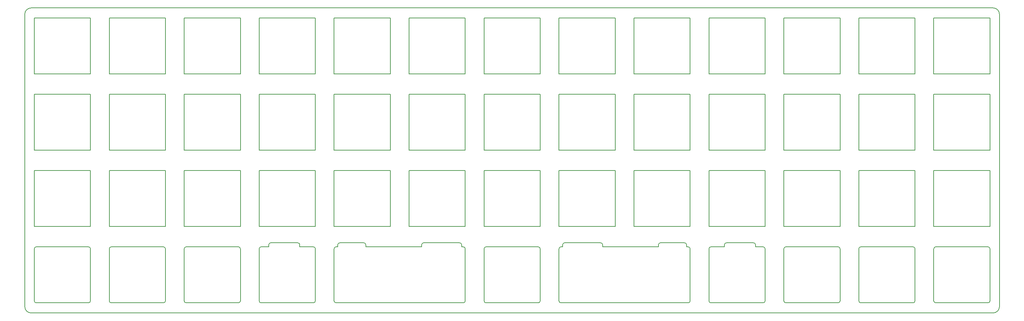
<source format=gbr>
%TF.GenerationSoftware,KiCad,Pcbnew,(5.99.0-11145-g173c9a974c)*%
%TF.CreationDate,2021-07-27T16:23:05-07:00*%
%TF.ProjectId,minibaen r2-plate,6d696e69-6261-4656-9e20-72322d706c61,rev?*%
%TF.SameCoordinates,Original*%
%TF.FileFunction,Profile,NP*%
%FSLAX46Y46*%
G04 Gerber Fmt 4.6, Leading zero omitted, Abs format (unit mm)*
G04 Created by KiCad (PCBNEW (5.99.0-11145-g173c9a974c)) date 2021-07-27 16:23:05*
%MOMM*%
%LPD*%
G01*
G04 APERTURE LIST*
%TA.AperFunction,Profile*%
%ADD10C,0.150000*%
%TD*%
%TA.AperFunction,Profile*%
%ADD11C,0.200000*%
%TD*%
G04 APERTURE END LIST*
D10*
X67723553Y-88753553D02*
X67723553Y-101753552D01*
X136361553Y-87253553D02*
X134133553Y-87253553D01*
X170753553Y-102253552D02*
X170963553Y-102253552D01*
X136861553Y-88253553D02*
X136861553Y-87753553D01*
X100403553Y-101753552D02*
G75*
G02*
X99903553Y-102253552I-500000J0D01*
G01*
X137263553Y-88253553D02*
X136861553Y-88253553D01*
X162025553Y-87753553D02*
X162025553Y-88253553D01*
X209593553Y-87253553D02*
G75*
G02*
X210093553Y-87753553I0J-500000D01*
G01*
X105083553Y-88753553D02*
G75*
G02*
X105583553Y-88253553I500000J0D01*
G01*
X88793553Y-87753553D02*
X88793553Y-88253553D01*
X249343553Y-88253553D02*
G75*
G02*
X249843553Y-88753553I0J-500000D01*
G01*
X43863553Y-88253553D02*
X30863553Y-88253553D01*
X88793553Y-87753553D02*
G75*
G02*
X89293553Y-87253553I500000J0D01*
G01*
X217663553Y-102253552D02*
X230663553Y-102253552D01*
X249843553Y-101753552D02*
X249843553Y-88753553D01*
X254523553Y-88753553D02*
G75*
G02*
X255023553Y-88253553I500000J0D01*
G01*
D11*
X29583500Y-104775032D02*
G75*
G02*
X27996000Y-103187532I0J1587500D01*
G01*
X29583500Y-28575032D02*
X269296000Y-28575032D01*
D10*
X133393553Y-87253553D02*
X130361553Y-87253553D01*
X202353553Y-88253553D02*
X198983553Y-88253553D01*
X142443553Y-88753553D02*
G75*
G02*
X142943553Y-88253553I500000J0D01*
G01*
X118583553Y-88253553D02*
X114923553Y-88253553D01*
X100403553Y-101753552D02*
X100403553Y-88753553D01*
X236343553Y-102253552D02*
X249343553Y-102253552D01*
X112485553Y-87253553D02*
G75*
G02*
X112985553Y-87753553I0J-500000D01*
G01*
X124263553Y-102253552D02*
X127393553Y-102253552D01*
X171493553Y-87253553D02*
X170753553Y-87253553D01*
X63043553Y-101753552D02*
G75*
G02*
X62543553Y-102253552I-500000J0D01*
G01*
X95293553Y-102253552D02*
X96033553Y-102253552D01*
X192401553Y-102253552D02*
X193303553Y-102253552D01*
X193803553Y-101753552D02*
G75*
G02*
X193303553Y-102253552I-500000J0D01*
G01*
X193303553Y-88253553D02*
G75*
G02*
X193803553Y-88753553I0J-500000D01*
G01*
X68223553Y-102253552D02*
G75*
G02*
X67723553Y-101753552I0J500000D01*
G01*
X170963553Y-102253552D02*
X171493553Y-102253552D01*
X183963553Y-88253553D02*
X180303553Y-88253553D01*
X124263553Y-88253553D02*
X118583553Y-88253553D01*
X161123553Y-88753553D02*
X161123553Y-101753552D01*
X212483553Y-101753552D02*
X212483553Y-88753553D01*
X133393553Y-102253552D02*
X134133553Y-102253552D01*
X211983553Y-88253553D02*
X210093553Y-88253553D01*
X249843553Y-101753552D02*
G75*
G02*
X249343553Y-102253552I-500000J0D01*
G01*
X235843553Y-88753553D02*
G75*
G02*
X236343553Y-88253553I500000J0D01*
G01*
X156443552Y-101753552D02*
X156443552Y-88753553D01*
X95293553Y-87253553D02*
X90033553Y-87253553D01*
X128133553Y-87253553D02*
X127393553Y-87253553D01*
X192401553Y-87253553D02*
G75*
G02*
X192901553Y-87753553I0J-500000D01*
G01*
X212483553Y-101753552D02*
G75*
G02*
X211983553Y-102253552I-500000J0D01*
G01*
X112485553Y-87253553D02*
X106485553Y-87253553D01*
X254523553Y-88753553D02*
X254523553Y-101753552D01*
X155943553Y-88253553D02*
X142943553Y-88253553D01*
X168525553Y-87253553D02*
X165493553Y-87253553D01*
X183963553Y-102253552D02*
X186401553Y-102253552D01*
X268023553Y-88253553D02*
G75*
G02*
X268523553Y-88753553I0J-500000D01*
G01*
X126893553Y-87753553D02*
G75*
G02*
X127393553Y-87253553I500000J0D01*
G01*
X217163553Y-88753553D02*
X217163553Y-101753552D01*
X174623553Y-88253553D02*
X171993553Y-88253553D01*
X249343553Y-88253553D02*
X236343553Y-88253553D01*
X171493553Y-102253552D02*
X174623553Y-102253552D01*
X230663553Y-88253553D02*
G75*
G02*
X231163553Y-88753553I0J-500000D01*
G01*
X86403553Y-88753553D02*
X86403553Y-101753552D01*
X162025553Y-87753553D02*
G75*
G02*
X162525553Y-87253553I500000J0D01*
G01*
X155943553Y-88253553D02*
G75*
G02*
X156443553Y-88753553I0J-500000D01*
G01*
X106485553Y-102253552D02*
X112485553Y-102253552D01*
X127393553Y-102253552D02*
X127923553Y-102253552D01*
X130361553Y-102253552D02*
X133393553Y-102253552D01*
X170753553Y-87253553D02*
X168525553Y-87253553D01*
X105985553Y-87753553D02*
G75*
G02*
X106485553Y-87253553I500000J0D01*
G01*
X112485553Y-102253552D02*
X114923553Y-102253552D01*
X30363553Y-88753553D02*
X30363553Y-101753552D01*
X136361553Y-87253553D02*
G75*
G02*
X136861553Y-87753553I0J-500000D01*
G01*
X236343553Y-102253552D02*
G75*
G02*
X235843553Y-101753552I0J500000D01*
G01*
X165493553Y-87253553D02*
X164753553Y-87253553D01*
X255023553Y-102253552D02*
X268023553Y-102253552D01*
X134133553Y-87253553D02*
X133393553Y-87253553D01*
X193303553Y-88253553D02*
X192901553Y-88253553D01*
X43863553Y-88253553D02*
G75*
G02*
X44363553Y-88753553I0J-500000D01*
G01*
X63043553Y-101753552D02*
X63043553Y-88753553D01*
X156443553Y-101753552D02*
G75*
G02*
X155943553Y-102253552I-500000J0D01*
G01*
X81723553Y-101753552D02*
X81723553Y-88753553D01*
X165493553Y-102253552D02*
X168525553Y-102253552D01*
X112985553Y-88253553D02*
X112985553Y-87753553D01*
D11*
X270883500Y-103187532D02*
G75*
G02*
X269296000Y-104775032I-1587500J0D01*
G01*
D10*
X49043553Y-88753553D02*
X49043553Y-101753552D01*
X198483553Y-88753553D02*
G75*
G02*
X198983553Y-88253553I500000J0D01*
G01*
X198483553Y-88753553D02*
X198483553Y-101753552D01*
X217663553Y-102253552D02*
G75*
G02*
X217163553Y-101753552I0J500000D01*
G01*
X118583553Y-102253552D02*
X124263553Y-102253552D01*
D11*
X269296000Y-28575032D02*
G75*
G02*
X270883500Y-30162532I0J-1587500D01*
G01*
D10*
X114923553Y-88253553D02*
X112985553Y-88253553D01*
X208853553Y-102253552D02*
X209593553Y-102253552D01*
X198983553Y-102253552D02*
X202853553Y-102253552D01*
X185901553Y-87753553D02*
X185901553Y-88253553D01*
X203593553Y-87253553D02*
X202853553Y-87253553D01*
X96533553Y-88253553D02*
X96533553Y-87753553D01*
X128133553Y-102253552D02*
X130361553Y-102253552D01*
X90033553Y-87253553D02*
X89293553Y-87253553D01*
X134133553Y-102253552D02*
X136361553Y-102253552D01*
D11*
X27996000Y-30162532D02*
G75*
G02*
X29583500Y-28575032I1587500J0D01*
G01*
D10*
X230663553Y-88253553D02*
X217663553Y-88253553D01*
X186401553Y-102253552D02*
X192401553Y-102253552D01*
X174623553Y-102253552D02*
X180303553Y-102253552D01*
X198983553Y-102253552D02*
G75*
G02*
X198483553Y-101753552I0J500000D01*
G01*
X88793553Y-88253553D02*
X86903553Y-88253553D01*
X255023553Y-102253552D02*
G75*
G02*
X254523553Y-101753552I0J500000D01*
G01*
X202353553Y-87753553D02*
G75*
G02*
X202853553Y-87253553I500000J0D01*
G01*
X30863553Y-102253552D02*
X43863553Y-102253552D01*
X235843553Y-88753553D02*
X235843553Y-101753552D01*
X202353553Y-87753553D02*
X202353553Y-88253553D01*
X180303553Y-88253553D02*
X174623553Y-88253553D01*
X136361553Y-102253552D02*
X137263553Y-102253552D01*
X127923553Y-102253552D02*
X128133553Y-102253552D01*
X137763553Y-101753552D02*
G75*
G02*
X137263553Y-102253552I-500000J0D01*
G01*
X168525553Y-102253552D02*
X170753553Y-102253552D01*
D11*
X27996000Y-103187532D02*
X27996000Y-30162532D01*
D10*
X192401553Y-87253553D02*
X186401553Y-87253553D01*
X44363553Y-101753552D02*
G75*
G02*
X43863553Y-102253552I-500000J0D01*
G01*
X130361553Y-87253553D02*
X128133553Y-87253553D01*
X62543553Y-88253553D02*
X49543553Y-88253553D01*
X67723553Y-88753553D02*
G75*
G02*
X68223553Y-88253553I500000J0D01*
G01*
X171493553Y-87253553D02*
G75*
G02*
X171993553Y-87753553I0J-500000D01*
G01*
X105985553Y-88253553D02*
X105583553Y-88253553D01*
X211983553Y-88253553D02*
G75*
G02*
X212483553Y-88753553I0J-500000D01*
G01*
X81223553Y-88253553D02*
X68223553Y-88253553D01*
X231163553Y-101753552D02*
G75*
G02*
X230663553Y-102253552I-500000J0D01*
G01*
D11*
X270883500Y-30162532D02*
X270883500Y-103187532D01*
D10*
X99903553Y-88253553D02*
X96533553Y-88253553D01*
X49543553Y-102253552D02*
G75*
G02*
X49043553Y-101753552I0J500000D01*
G01*
X81723553Y-101753552D02*
G75*
G02*
X81223553Y-102253552I-500000J0D01*
G01*
X49543553Y-102253552D02*
X62543553Y-102253552D01*
X162025553Y-88253553D02*
X161623553Y-88253553D01*
X44363553Y-101753552D02*
X44363553Y-88753553D01*
X105583553Y-102253552D02*
X106485553Y-102253552D01*
X30863553Y-102253552D02*
G75*
G02*
X30363553Y-101753552I0J500000D01*
G01*
X96033553Y-87253553D02*
G75*
G02*
X96533553Y-87753553I0J-500000D01*
G01*
X30363553Y-88753553D02*
G75*
G02*
X30863553Y-88253553I500000J0D01*
G01*
X105083553Y-88753553D02*
X105083553Y-101753552D01*
X62543553Y-88253553D02*
G75*
G02*
X63043553Y-88753553I0J-500000D01*
G01*
X114923553Y-102253552D02*
X118583553Y-102253552D01*
X268523553Y-101753552D02*
X268523553Y-88753553D01*
X142943553Y-102253552D02*
G75*
G02*
X142443553Y-101753552I0J500000D01*
G01*
X180303553Y-102253552D02*
X183963553Y-102253552D01*
X164753553Y-102253552D02*
X165493553Y-102253552D01*
X81223553Y-88253553D02*
G75*
G02*
X81723553Y-88753553I0J-500000D01*
G01*
X137763553Y-101753552D02*
X137763553Y-88753553D01*
X162525553Y-102253552D02*
X164753553Y-102253552D01*
X208853553Y-87253553D02*
X203593553Y-87253553D01*
X203593553Y-102253552D02*
X208853553Y-102253552D01*
X161123553Y-88753553D02*
G75*
G02*
X161623553Y-88253553I500000J0D01*
G01*
X105985553Y-87753553D02*
X105985553Y-88253553D01*
X161623553Y-102253552D02*
X162525553Y-102253552D01*
X89293553Y-102253552D02*
X90033553Y-102253552D01*
X192901553Y-88253553D02*
X192901553Y-87753553D01*
X185901553Y-87753553D02*
G75*
G02*
X186401553Y-87253553I500000J0D01*
G01*
X209593553Y-87253553D02*
X208853553Y-87253553D01*
X142943553Y-102253552D02*
X155943553Y-102253552D01*
X96033553Y-87253553D02*
X95293553Y-87253553D01*
X185901553Y-88253553D02*
X183963553Y-88253553D01*
X171993553Y-88253553D02*
X171993553Y-87753553D01*
D11*
X269296000Y-104775032D02*
X29583500Y-104775032D01*
D10*
X126893553Y-87753553D02*
X126893553Y-88253553D01*
X86903553Y-102253552D02*
X89293553Y-102253552D01*
X126893553Y-88253553D02*
X124263553Y-88253553D01*
X193803553Y-101753552D02*
X193803553Y-88753553D01*
X217163553Y-88753553D02*
G75*
G02*
X217663553Y-88253553I500000J0D01*
G01*
X49043553Y-88753553D02*
G75*
G02*
X49543553Y-88253553I500000J0D01*
G01*
X86403553Y-88753553D02*
G75*
G02*
X86903553Y-88253553I500000J0D01*
G01*
X210093553Y-88253553D02*
X210093553Y-87753553D01*
X268523553Y-101753552D02*
G75*
G02*
X268023553Y-102253552I-500000J0D01*
G01*
X90033553Y-102253552D02*
X95293553Y-102253552D01*
X161623553Y-102253552D02*
G75*
G02*
X161123553Y-101753552I0J500000D01*
G01*
X86903553Y-102253552D02*
G75*
G02*
X86403553Y-101753552I0J500000D01*
G01*
X137263553Y-88253553D02*
G75*
G02*
X137763553Y-88753553I0J-500000D01*
G01*
X209593553Y-102253552D02*
X211983553Y-102253552D01*
X142443553Y-88753553D02*
X142443553Y-101753552D01*
X99903553Y-88253553D02*
G75*
G02*
X100403553Y-88753553I0J-500000D01*
G01*
X202853553Y-102253552D02*
X203593553Y-102253552D01*
X68223553Y-102253552D02*
X81223553Y-102253552D01*
X231163553Y-101753552D02*
X231163553Y-88753553D01*
X164753553Y-87253553D02*
X162525553Y-87253553D01*
X105583553Y-102253552D02*
G75*
G02*
X105083553Y-101753552I0J500000D01*
G01*
X268023553Y-88253553D02*
X255023553Y-88253553D01*
X96033553Y-102253552D02*
X99903553Y-102253552D01*
%TO.C,MX39*%
X254520000Y-69200000D02*
X254520000Y-83200000D01*
X254520000Y-83200000D02*
X268520000Y-83200000D01*
X268520000Y-69200000D02*
X254520000Y-69200000D01*
X268520000Y-83200000D02*
X268520000Y-69200000D01*
%TO.C,MX38*%
X235840000Y-69200000D02*
X235840000Y-83200000D01*
X235840000Y-83200000D02*
X249840000Y-83200000D01*
X249840000Y-69200000D02*
X235840000Y-69200000D01*
X249840000Y-83200000D02*
X249840000Y-69200000D01*
%TO.C,MX37*%
X217160000Y-69200000D02*
X217160000Y-83200000D01*
X217160000Y-83200000D02*
X231160000Y-83200000D01*
X231160000Y-69200000D02*
X217160000Y-69200000D01*
X231160000Y-83200000D02*
X231160000Y-69200000D01*
%TO.C,MX36*%
X198480000Y-69200000D02*
X198480000Y-83200000D01*
X198480000Y-83200000D02*
X212480000Y-83200000D01*
X212480000Y-69200000D02*
X198480000Y-69200000D01*
X212480000Y-83200000D02*
X212480000Y-69200000D01*
%TO.C,MX35*%
X179800000Y-69200000D02*
X179800000Y-83200000D01*
X179800000Y-83200000D02*
X193800000Y-83200000D01*
X193800000Y-69200000D02*
X179800000Y-69200000D01*
X193800000Y-83200000D02*
X193800000Y-69200000D01*
%TO.C,MX34*%
X161120000Y-69200000D02*
X161120000Y-83200000D01*
X161120000Y-83200000D02*
X175120000Y-83200000D01*
X175120000Y-69200000D02*
X161120000Y-69200000D01*
X175120000Y-83200000D02*
X175120000Y-69200000D01*
%TO.C,MX33*%
X142440000Y-69200000D02*
X142440000Y-83200000D01*
X142440000Y-83200000D02*
X156440000Y-83200000D01*
X156440000Y-69200000D02*
X142440000Y-69200000D01*
X156440000Y-83200000D02*
X156440000Y-69200000D01*
%TO.C,MX32*%
X123760000Y-69200000D02*
X123760000Y-83200000D01*
X123760000Y-83200000D02*
X137760000Y-83200000D01*
X137760000Y-69200000D02*
X123760000Y-69200000D01*
X137760000Y-83200000D02*
X137760000Y-69200000D01*
%TO.C,MX31*%
X105080000Y-69200000D02*
X105080000Y-83200000D01*
X105080000Y-83200000D02*
X119080000Y-83200000D01*
X119080000Y-69200000D02*
X105080000Y-69200000D01*
X119080000Y-83200000D02*
X119080000Y-69200000D01*
%TO.C,MX30*%
X86400000Y-69200000D02*
X86400000Y-83200000D01*
X86400000Y-83200000D02*
X100400000Y-83200000D01*
X100400000Y-69200000D02*
X86400000Y-69200000D01*
X100400000Y-83200000D02*
X100400000Y-69200000D01*
%TO.C,MX29*%
X67720000Y-69200000D02*
X67720000Y-83200000D01*
X67720000Y-83200000D02*
X81720000Y-83200000D01*
X81720000Y-69200000D02*
X67720000Y-69200000D01*
X81720000Y-83200000D02*
X81720000Y-69200000D01*
%TO.C,MX28*%
X49040000Y-69200000D02*
X49040000Y-83200000D01*
X49040000Y-83200000D02*
X63040000Y-83200000D01*
X63040000Y-69200000D02*
X49040000Y-69200000D01*
X63040000Y-83200000D02*
X63040000Y-69200000D01*
%TO.C,MX27*%
X30360000Y-69200000D02*
X30360000Y-83200000D01*
X30360000Y-83200000D02*
X44360000Y-83200000D01*
X44360000Y-69200000D02*
X30360000Y-69200000D01*
X44360000Y-83200000D02*
X44360000Y-69200000D01*
%TO.C,MX26*%
X254520000Y-50150000D02*
X254520000Y-64150000D01*
X254520000Y-64150000D02*
X268520000Y-64150000D01*
X268520000Y-50150000D02*
X254520000Y-50150000D01*
X268520000Y-64150000D02*
X268520000Y-50150000D01*
%TO.C,MX25*%
X235840000Y-50150000D02*
X235840000Y-64150000D01*
X235840000Y-64150000D02*
X249840000Y-64150000D01*
X249840000Y-50150000D02*
X235840000Y-50150000D01*
X249840000Y-64150000D02*
X249840000Y-50150000D01*
%TO.C,MX24*%
X217160000Y-50150000D02*
X217160000Y-64150000D01*
X217160000Y-64150000D02*
X231160000Y-64150000D01*
X231160000Y-50150000D02*
X217160000Y-50150000D01*
X231160000Y-64150000D02*
X231160000Y-50150000D01*
%TO.C,MX23*%
X198480000Y-50150000D02*
X198480000Y-64150000D01*
X198480000Y-64150000D02*
X212480000Y-64150000D01*
X212480000Y-50150000D02*
X198480000Y-50150000D01*
X212480000Y-64150000D02*
X212480000Y-50150000D01*
%TO.C,MX22*%
X179800000Y-50150000D02*
X179800000Y-64150000D01*
X179800000Y-64150000D02*
X193800000Y-64150000D01*
X193800000Y-50150000D02*
X179800000Y-50150000D01*
X193800000Y-64150000D02*
X193800000Y-50150000D01*
%TO.C,MX21*%
X161120000Y-50150000D02*
X161120000Y-64150000D01*
X161120000Y-64150000D02*
X175120000Y-64150000D01*
X175120000Y-50150000D02*
X161120000Y-50150000D01*
X175120000Y-64150000D02*
X175120000Y-50150000D01*
%TO.C,MX20*%
X142440000Y-50150000D02*
X142440000Y-64150000D01*
X142440000Y-64150000D02*
X156440000Y-64150000D01*
X156440000Y-50150000D02*
X142440000Y-50150000D01*
X156440000Y-64150000D02*
X156440000Y-50150000D01*
%TO.C,MX19*%
X123760000Y-50150000D02*
X123760000Y-64150000D01*
X123760000Y-64150000D02*
X137760000Y-64150000D01*
X137760000Y-50150000D02*
X123760000Y-50150000D01*
X137760000Y-64150000D02*
X137760000Y-50150000D01*
%TO.C,MX18*%
X105080000Y-50150000D02*
X105080000Y-64150000D01*
X105080000Y-64150000D02*
X119080000Y-64150000D01*
X119080000Y-50150000D02*
X105080000Y-50150000D01*
X119080000Y-64150000D02*
X119080000Y-50150000D01*
%TO.C,MX17*%
X86400000Y-50150000D02*
X86400000Y-64150000D01*
X86400000Y-64150000D02*
X100400000Y-64150000D01*
X100400000Y-50150000D02*
X86400000Y-50150000D01*
X100400000Y-64150000D02*
X100400000Y-50150000D01*
%TO.C,MX16*%
X67720000Y-50150000D02*
X67720000Y-64150000D01*
X67720000Y-64150000D02*
X81720000Y-64150000D01*
X81720000Y-50150000D02*
X67720000Y-50150000D01*
X81720000Y-64150000D02*
X81720000Y-50150000D01*
%TO.C,MX15*%
X49040000Y-50150000D02*
X49040000Y-64150000D01*
X49040000Y-64150000D02*
X63040000Y-64150000D01*
X63040000Y-50150000D02*
X49040000Y-50150000D01*
X63040000Y-64150000D02*
X63040000Y-50150000D01*
%TO.C,MX14*%
X30360000Y-50150000D02*
X30360000Y-64150000D01*
X30360000Y-64150000D02*
X44360000Y-64150000D01*
X44360000Y-50150000D02*
X30360000Y-50150000D01*
X44360000Y-64150000D02*
X44360000Y-50150000D01*
%TO.C,MX13*%
X254520000Y-31100000D02*
X254520000Y-45100000D01*
X254520000Y-45100000D02*
X268520000Y-45100000D01*
X268520000Y-31100000D02*
X254520000Y-31100000D01*
X268520000Y-45100000D02*
X268520000Y-31100000D01*
%TO.C,MX12*%
X249840000Y-45100000D02*
X249840000Y-31100000D01*
X249840000Y-31100000D02*
X235840000Y-31100000D01*
X235840000Y-45100000D02*
X249840000Y-45100000D01*
X235840000Y-31100000D02*
X235840000Y-45100000D01*
%TO.C,MX11*%
X217160000Y-31100000D02*
X217160000Y-45100000D01*
X217160000Y-45100000D02*
X231160000Y-45100000D01*
X231160000Y-31100000D02*
X217160000Y-31100000D01*
X231160000Y-45100000D02*
X231160000Y-31100000D01*
%TO.C,MX10*%
X198480000Y-31100000D02*
X198480000Y-45100000D01*
X198480000Y-45100000D02*
X212480000Y-45100000D01*
X212480000Y-31100000D02*
X198480000Y-31100000D01*
X212480000Y-45100000D02*
X212480000Y-31100000D01*
%TO.C,MX9*%
X179800000Y-31100000D02*
X179800000Y-45100000D01*
X179800000Y-45100000D02*
X193800000Y-45100000D01*
X193800000Y-31100000D02*
X179800000Y-31100000D01*
X193800000Y-45100000D02*
X193800000Y-31100000D01*
%TO.C,MX8*%
X161120000Y-31100000D02*
X161120000Y-45100000D01*
X161120000Y-45100000D02*
X175120000Y-45100000D01*
X175120000Y-31100000D02*
X161120000Y-31100000D01*
X175120000Y-45100000D02*
X175120000Y-31100000D01*
%TO.C,MX7*%
X142440000Y-31100000D02*
X142440000Y-45100000D01*
X142440000Y-45100000D02*
X156440000Y-45100000D01*
X156440000Y-31100000D02*
X142440000Y-31100000D01*
X156440000Y-45100000D02*
X156440000Y-31100000D01*
%TO.C,MX6*%
X123760000Y-31100000D02*
X123760000Y-45100000D01*
X123760000Y-45100000D02*
X137760000Y-45100000D01*
X137760000Y-31100000D02*
X123760000Y-31100000D01*
X137760000Y-45100000D02*
X137760000Y-31100000D01*
%TO.C,MX5*%
X105080000Y-31100000D02*
X105080000Y-45100000D01*
X105080000Y-45100000D02*
X119080000Y-45100000D01*
X119080000Y-31100000D02*
X105080000Y-31100000D01*
X119080000Y-45100000D02*
X119080000Y-31100000D01*
%TO.C,MX4*%
X86400000Y-31100000D02*
X86400000Y-45100000D01*
X86400000Y-45100000D02*
X100400000Y-45100000D01*
X100400000Y-31100000D02*
X86400000Y-31100000D01*
X100400000Y-45100000D02*
X100400000Y-31100000D01*
%TO.C,MX3*%
X67720000Y-31100000D02*
X67720000Y-45100000D01*
X67720000Y-45100000D02*
X81720000Y-45100000D01*
X81720000Y-31100000D02*
X67720000Y-31100000D01*
X81720000Y-45100000D02*
X81720000Y-31100000D01*
%TO.C,MX2*%
X49040000Y-31100000D02*
X49040000Y-45100000D01*
X49040000Y-45100000D02*
X63040000Y-45100000D01*
X63040000Y-31100000D02*
X49040000Y-31100000D01*
X63040000Y-45100000D02*
X63040000Y-31100000D01*
%TO.C,MX1*%
X30360000Y-31100000D02*
X30360000Y-45100000D01*
X30360000Y-45100000D02*
X44360000Y-45100000D01*
X44360000Y-31100000D02*
X30360000Y-31100000D01*
X44360000Y-45100000D02*
X44360000Y-31100000D01*
%TD*%
M02*

</source>
